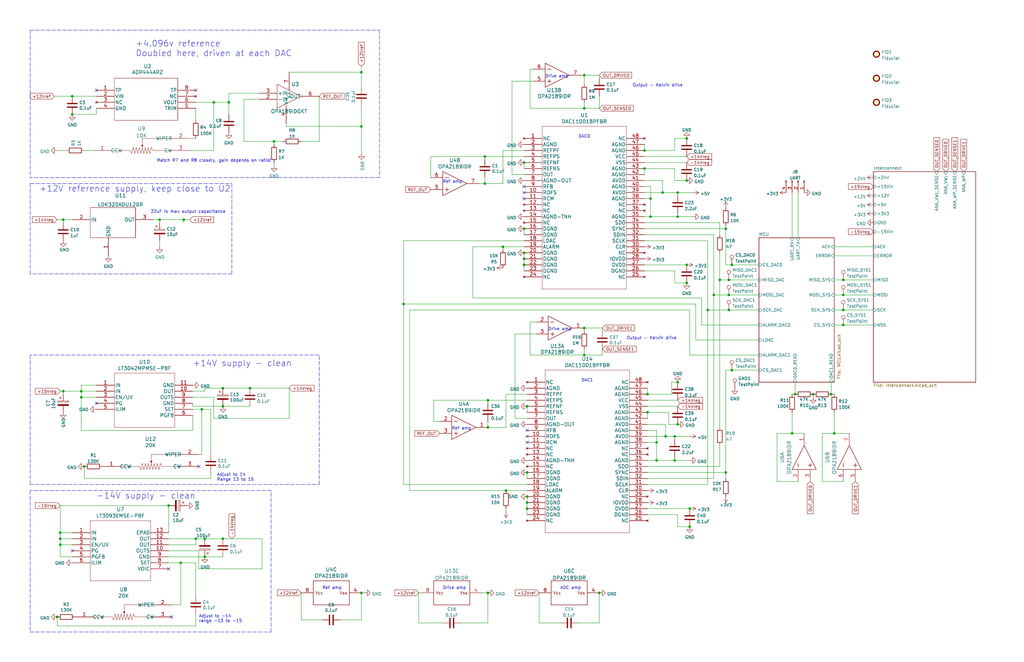
<source format=kicad_sch>
(kicad_sch (version 20211123) (generator eeschema)
  (paper "USLedger")
  (title_block (title "NR1B-Analog") (date "2022-07-26") (rev "v1.0") (company "University of Dallas") (comment 1 "Isaac Kelly"))
  (junction (at 25.4 227.33))
  (junction (at 71.12 213.36))
  (junction (at 285.75 91.44))
  (junction (at 25.4 229.87))
  (junction (at 34.29 165.1))
  (junction (at 306.07 96.52))
  (junction (at 220.98 96.52))
  (junction (at 212.09 104.14))
  (junction (at 96.52 43.18))
  (junction (at 26.67 92.71))
  (junction (at 205.74 250.19))
  (junction (at 355.6 137.16))
  (junction (at 204.47 66.04))
  (junction (at 252.73 250.19))
  (junction (at 298.45 130.81))
  (junction (at 274.32 83.82))
  (junction (at 355.6 130.81))
  (junction (at 93.98 163.83))
  (junction (at 334.01 182.88))
  (junction (at 308.61 156.21))
  (junction (at 105.41 163.83))
  (junction (at 289.56 119.38))
  (junction (at 271.78 63.5))
  (junction (at 93.98 171.45))
  (junction (at 26.67 165.1))
  (junction (at 276.86 194.31))
  (junction (at 246.38 31.75))
  (junction (at 284.48 194.31))
  (junction (at 34.29 167.64))
  (junction (at 220.98 68.58))
  (junction (at 273.05 173.99))
  (junction (at 204.47 77.47))
  (junction (at 222.25 209.55))
  (junction (at 67.31 92.71))
  (junction (at 213.36 207.01))
  (junction (at 90.17 43.18))
  (junction (at 152.4 250.19))
  (junction (at 285.75 179.07))
  (junction (at 220.98 106.68))
  (junction (at 350.52 166.37))
  (junction (at 205.74 168.91))
  (junction (at 86.36 227.33))
  (junction (at 222.25 171.45))
  (junction (at 35.56 196.85))
  (junction (at 85.09 172.72))
  (junction (at 220.98 111.76))
  (junction (at 307.34 124.46))
  (junction (at 306.07 199.39))
  (junction (at 152.4 53.34))
  (junction (at 280.67 184.15))
  (junction (at 285.75 161.29))
  (junction (at 308.61 111.76))
  (junction (at 205.74 180.34))
  (junction (at 93.98 227.33))
  (junction (at 271.78 71.12))
  (junction (at 289.56 58.42))
  (junction (at 284.48 184.15))
  (junction (at 289.56 111.76))
  (junction (at 222.25 214.63))
  (junction (at 300.99 124.46))
  (junction (at 307.34 130.81))
  (junction (at 303.53 118.11))
  (junction (at 30.48 40.64))
  (junction (at 115.57 59.69))
  (junction (at 222.25 212.09))
  (junction (at 170.18 128.27))
  (junction (at 279.4 81.28))
  (junction (at 290.83 222.25))
  (junction (at 285.75 81.28))
  (junction (at 355.6 118.11))
  (junction (at 355.6 124.46))
  (junction (at 342.9 166.37))
  (junction (at 351.79 182.88))
  (junction (at 246.38 149.86))
  (junction (at 246.38 45.72))
  (junction (at 82.55 227.33))
  (junction (at 30.48 48.26))
  (junction (at 25.4 224.79))
  (junction (at 86.36 234.95))
  (junction (at 152.4 30.48))
  (junction (at 289.56 76.2))
  (junction (at 274.32 91.44))
  (junction (at 273.05 166.37))
  (junction (at 246.38 138.43))
  (junction (at 76.2 237.49))
  (junction (at 307.34 118.11))
  (junction (at 77.47 92.71))
  (junction (at 290.83 214.63))
  (junction (at 335.28 166.37))
  (junction (at 24.13 260.35))
  (junction (at 220.98 109.22))
  (junction (at 276.86 186.69))
  (junction (at 222.25 199.39))
  (no_connect (at 82.55 38.1))
  (no_connect (at 72.39 260.35))
  (no_connect (at 222.25 186.69))
  (no_connect (at 222.25 181.61))
  (no_connect (at 220.98 81.28))
  (no_connect (at 222.25 184.15))
  (no_connect (at 83.82 196.85))
  (no_connect (at 30.48 232.41))
  (no_connect (at 71.12 240.03))
  (no_connect (at 220.98 78.74))
  (no_connect (at 220.98 83.82))
  (no_connect (at 40.64 170.18))
  (no_connect (at 40.64 38.1))
  (wire (pts (xy 306.07 156.21) (xy 308.61 156.21)))
  (wire (pts (xy 90.17 43.18) (xy 96.52 43.18)))
  (wire (pts (xy 303.53 106.68) (xy 303.53 118.11)))
  (wire (pts (xy 217.17 140.97) (xy 226.06 140.97)))
  (wire (pts (xy 110.49 240.03) (xy 110.49 227.33)))
  (wire (pts (xy 289.56 58.42) (xy 284.48 58.42)))
  (wire (pts (xy 271.78 101.6) (xy 298.45 101.6)))
  (wire (pts (xy 34.29 162.56) (xy 34.29 165.1)))
  (wire (pts (xy 284.48 194.31) (xy 290.83 194.31)))
  (wire (pts (xy 273.05 201.93) (xy 300.99 201.93)))
  (wire (pts (xy 86.36 163.83) (xy 93.98 163.83)))
  (wire (pts (xy 152.4 27.94) (xy 152.4 30.48)))
  (wire (pts (xy 135.89 261.62) (xy 127 261.62)))
  (wire (pts (xy 82.55 227.33) (xy 86.36 227.33)))
  (wire (pts (xy 25.4 213.36) (xy 71.12 213.36)))
  (wire (pts (xy 274.32 78.74) (xy 271.78 78.74)))
  (wire (pts (xy 284.48 58.42) (xy 284.48 63.5)))
  (wire (pts (xy 64.77 92.71) (xy 67.31 92.71)))
  (wire (pts (xy 40.64 40.64) (xy 30.48 40.64)))
  (wire (pts (xy 81.28 165.1) (xy 86.36 165.1)))
  (wire (pts (xy 152.4 53.34) (xy 152.4 44.45)))
  (wire (pts (xy 71.12 227.33) (xy 82.55 227.33)))
  (wire (pts (xy 246.38 147.32) (xy 246.38 149.86)))
  (wire (pts (xy 276.86 194.31) (xy 284.48 194.31)))
  (wire (pts (xy 96.52 48.26) (xy 96.52 43.18)))
  (wire (pts (xy 284.48 184.15) (xy 284.48 185.42)))
  (wire (pts (xy 336.55 203.2) (xy 327.66 203.2)))
  (wire (pts (xy 300.99 99.06) (xy 300.99 124.46)))
  (wire (pts (xy 82.55 227.33) (xy 82.55 229.87)))
  (wire (pts (xy 223.52 29.21) (xy 223.52 45.72)))
  (wire (pts (xy 35.56 201.93) (xy 35.56 196.85)))
  (wire (pts (xy 82.55 259.08) (xy 82.55 264.16)))
  (wire (pts (xy 212.09 77.47) (xy 212.09 63.5)))
  (wire (pts (xy 271.78 81.28) (xy 279.4 81.28)))
  (wire (pts (xy 199.39 104.14) (xy 199.39 125.73)))
  (wire (pts (xy 224.79 29.21) (xy 223.52 29.21)))
  (wire (pts (xy 273.05 173.99) (xy 273.05 176.53)))
  (wire (pts (xy 121.92 30.48) (xy 152.4 30.48)))
  (wire (pts (xy 109.22 41.91) (xy 102.87 41.91)))
  (wire (pts (xy 24.13 92.71) (xy 26.67 92.71)))
  (wire (pts (xy 220.98 96.52) (xy 220.98 99.06)))
  (wire (pts (xy 303.53 118.11) (xy 303.53 180.34)))
  (wire (pts (xy 115.57 59.69) (xy 119.38 59.69)))
  (wire (pts (xy 293.37 128.27) (xy 293.37 143.51)))
  (wire (pts (xy 271.78 93.98) (xy 303.53 93.98)))
  (wire (pts (xy 83.82 232.41) (xy 83.82 240.03)))
  (wire (pts (xy 71.12 232.41) (xy 83.82 232.41)))
  (wire (pts (xy 67.31 101.6) (xy 67.31 104.14)))
  (wire (pts (xy 212.09 104.14) (xy 199.39 104.14)))
  (wire (pts (xy 26.67 92.71) (xy 30.48 92.71)))
  (polyline (pts (xy 160.02 12.7) (xy 160.02 74.93)))
  (wire (pts (xy 351.79 124.46) (xy 355.6 124.46)))
  (polyline (pts (xy 114.3 266.7) (xy 114.3 207.01)))
  (wire (pts (xy 279.4 81.28) (xy 285.75 81.28)))
  (wire (pts (xy 86.36 163.83) (xy 86.36 165.1)))
  (wire (pts (xy 271.78 83.82) (xy 274.32 83.82)))
  (wire (pts (xy 223.52 135.89) (xy 223.52 149.86)))
  (wire (pts (xy 346.71 182.88) (xy 351.79 182.88)))
  (wire (pts (xy 334.01 81.28) (xy 334.01 100.33)))
  (wire (pts (xy 220.98 66.04) (xy 204.47 66.04)))
  (wire (pts (xy 40.64 162.56) (xy 34.29 162.56)))
  (wire (pts (xy 334.01 173.99) (xy 334.01 182.88)))
  (wire (pts (xy 90.17 167.64) (xy 90.17 176.53)))
  (wire (pts (xy 351.79 104.14) (xy 368.3 104.14)))
  (polyline (pts (xy 114.3 207.01) (xy 12.7 207.01)))
  (wire (pts (xy 284.48 194.31) (xy 284.48 193.04)))
  (wire (pts (xy 280.67 179.07) (xy 280.67 184.15)))
  (wire (pts (xy 227.33 262.89) (xy 227.33 250.19)))
  (polyline (pts (xy 134.62 149.86) (xy 12.7 149.86)))
  (wire (pts (xy 76.2 255.27) (xy 76.2 237.49)))
  (wire (pts (xy 285.75 91.44) (xy 292.1 91.44)))
  (wire (pts (xy 274.32 83.82) (xy 274.32 78.74)))
  (wire (pts (xy 205.74 262.89) (xy 194.31 262.89)))
  (wire (pts (xy 280.67 184.15) (xy 284.48 184.15)))
  (polyline (pts (xy 12.7 207.01) (xy 12.7 209.55)))
  (polyline (pts (xy 12.7 204.47) (xy 134.62 204.47)))
  (wire (pts (xy 201.93 77.47) (xy 204.47 77.47)))
  (wire (pts (xy 222.25 199.39) (xy 222.25 201.93)))
  (wire (pts (xy 22.86 40.64) (xy 30.48 40.64)))
  (wire (pts (xy 81.28 175.26) (xy 81.28 181.61)))
  (wire (pts (xy 220.98 73.66) (xy 215.9 73.66)))
  (wire (pts (xy 220.98 109.22) (xy 220.98 111.76)))
  (wire (pts (xy 283.21 161.29) (xy 283.21 166.37)))
  (wire (pts (xy 274.32 83.82) (xy 274.32 91.44)))
  (wire (pts (xy 306.07 96.52) (xy 306.07 111.76)))
  (wire (pts (xy 90.17 43.18) (xy 90.17 63.5)))
  (wire (pts (xy 355.6 118.11) (xy 368.3 118.11)))
  (wire (pts (xy 120.65 52.07) (xy 120.65 53.34)))
  (wire (pts (xy 115.57 68.58) (xy 115.57 69.85)))
  (wire (pts (xy 88.9 201.93) (xy 35.56 201.93)))
  (wire (pts (xy 80.01 58.42) (xy 82.55 58.42)))
  (wire (pts (xy 346.71 203.2) (xy 346.71 182.88)))
  (wire (pts (xy 254 149.86) (xy 254 147.32)))
  (wire (pts (xy 350.52 166.37) (xy 351.79 166.37)))
  (wire (pts (xy 181.61 66.04) (xy 181.61 74.93)))
  (wire (pts (xy 215.9 34.29) (xy 215.9 73.66)))
  (wire (pts (xy 26.67 165.1) (xy 26.67 166.37)))
  (wire (pts (xy 246.38 31.75) (xy 246.38 35.56)))
  (wire (pts (xy 336.55 81.28) (xy 336.55 100.33)))
  (wire (pts (xy 273.05 196.85) (xy 303.53 196.85)))
  (wire (pts (xy 246.38 138.43) (xy 254 138.43)))
  (wire (pts (xy 246.38 45.72) (xy 252.73 45.72)))
  (wire (pts (xy 303.53 93.98) (xy 303.53 99.06)))
  (wire (pts (xy 273.05 168.91) (xy 285.75 168.91)))
  (wire (pts (xy 30.48 234.95) (xy 25.4 234.95)))
  (wire (pts (xy 351.79 173.99) (xy 351.79 182.88)))
  (wire (pts (xy 90.17 176.53) (xy 121.92 176.53)))
  (wire (pts (xy 327.66 203.2) (xy 327.66 182.88)))
  (wire (pts (xy 303.53 187.96) (xy 303.53 196.85)))
  (polyline (pts (xy 12.7 152.4) (xy 12.7 204.47)))
  (wire (pts (xy 246.38 149.86) (xy 254 149.86)))
  (wire (pts (xy 134.62 40.64) (xy 134.62 59.69)))
  (wire (pts (xy 40.64 45.72) (xy 40.64 48.26)))
  (wire (pts (xy 252.73 262.89) (xy 252.73 250.19)))
  (wire (pts (xy 350.52 161.29) (xy 350.52 166.37)))
  (polyline (pts (xy 12.7 12.7) (xy 160.02 12.7)))
  (wire (pts (xy 81.28 172.72) (xy 85.09 172.72)))
  (wire (pts (xy 176.53 250.19) (xy 176.53 262.89)))
  (wire (pts (xy 204.47 66.04) (xy 181.61 66.04)))
  (wire (pts (xy 220.98 111.76) (xy 220.98 114.3)))
  (wire (pts (xy 170.18 128.27) (xy 293.37 128.27)))
  (wire (pts (xy 72.39 255.27) (xy 76.2 255.27)))
  (wire (pts (xy 308.61 156.21) (xy 320.04 156.21)))
  (wire (pts (xy 222.25 212.09) (xy 222.25 214.63)))
  (wire (pts (xy 334.01 182.88) (xy 339.09 182.88)))
  (wire (pts (xy 243.84 262.89) (xy 252.73 262.89)))
  (wire (pts (xy 40.64 167.64) (xy 34.29 167.64)))
  (wire (pts (xy 284.48 71.12) (xy 284.48 76.2)))
  (wire (pts (xy 284.48 114.3) (xy 284.48 119.38)))
  (wire (pts (xy 205.74 250.19) (xy 205.74 262.89)))
  (wire (pts (xy 351.79 137.16) (xy 355.6 137.16)))
  (wire (pts (xy 290.83 149.86) (xy 320.04 149.86)))
  (wire (pts (xy 276.86 194.31) (xy 273.05 194.31)))
  (wire (pts (xy 172.72 130.81) (xy 290.83 130.81)))
  (wire (pts (xy 25.4 213.36) (xy 25.4 224.79)))
  (wire (pts (xy 88.9 172.72) (xy 85.09 172.72)))
  (wire (pts (xy 335.28 166.37) (xy 334.01 166.37)))
  (wire (pts (xy 351.79 107.95) (xy 368.3 107.95)))
  (wire (pts (xy 212.09 63.5) (xy 220.98 63.5)))
  (wire (pts (xy 306.07 111.76) (xy 308.61 111.76)))
  (wire (pts (xy 77.47 92.71) (xy 80.01 92.71)))
  (wire (pts (xy 223.52 45.72) (xy 246.38 45.72)))
  (wire (pts (xy 351.79 118.11) (xy 355.6 118.11)))
  (wire (pts (xy 307.34 124.46) (xy 320.04 124.46)))
  (wire (pts (xy 81.28 167.64) (xy 90.17 167.64)))
  (wire (pts (xy 290.83 130.81) (xy 290.83 149.86)))
  (wire (pts (xy 223.52 149.86) (xy 246.38 149.86)))
  (wire (pts (xy 342.9 167.64) (xy 342.9 166.37)))
  (wire (pts (xy 281.94 179.07) (xy 285.75 179.07)))
  (wire (pts (xy 273.05 179.07) (xy 280.67 179.07)))
  (wire (pts (xy 199.39 125.73) (xy 295.91 125.73)))
  (wire (pts (xy 24.13 264.16) (xy 24.13 260.35)))
  (wire (pts (xy 81.28 171.45) (xy 81.28 170.18)))
  (wire (pts (xy 306.07 95.25) (xy 306.07 96.52)))
  (wire (pts (xy 273.05 204.47) (xy 298.45 204.47)))
  (wire (pts (xy 182.88 168.91) (xy 205.74 168.91)))
  (wire (pts (xy 252.73 45.72) (xy 252.73 40.64)))
  (wire (pts (xy 85.09 172.72) (xy 85.09 191.77)))
  (wire (pts (xy 82.55 264.16) (xy 24.13 264.16)))
  (wire (pts (xy 222.25 214.63) (xy 222.25 217.17)))
  (wire (pts (xy 274.32 91.44) (xy 285.75 91.44)))
  (wire (pts (xy 176.53 262.89) (xy 186.69 262.89)))
  (wire (pts (xy 355.6 124.46) (xy 368.3 124.46)))
  (wire (pts (xy 96.52 39.37) (xy 96.52 43.18)))
  (wire (pts (xy 298.45 204.47) (xy 298.45 130.81)))
  (wire (pts (xy 25.4 229.87) (xy 25.4 227.33)))
  (wire (pts (xy 284.48 119.38) (xy 289.56 119.38)))
  (wire (pts (xy 215.9 34.29) (xy 224.79 34.29)))
  (wire (pts (xy 25.4 165.1) (xy 26.67 165.1)))
  (wire (pts (xy 280.67 184.15) (xy 273.05 184.15)))
  (wire (pts (xy 25.4 224.79) (xy 30.48 224.79)))
  (wire (pts (xy 283.21 166.37) (xy 273.05 166.37)))
  (wire (pts (xy 93.98 227.33) (xy 110.49 227.33)))
  (wire (pts (xy 76.2 237.49) (xy 71.12 237.49)))
  (wire (pts (xy 127 59.69) (xy 134.62 59.69)))
  (wire (pts (xy 254 138.43) (xy 254 139.7)))
  (wire (pts (xy 285.75 91.44) (xy 285.75 90.17)))
  (polyline (pts (xy 12.7 209.55) (xy 12.7 266.7)))
  (wire (pts (xy 204.47 77.47) (xy 212.09 77.47)))
  (wire (pts (xy 40.64 165.1) (xy 34.29 165.1)))
  (wire (pts (xy 34.29 167.64) (xy 34.29 165.1)))
  (wire (pts (xy 273.05 214.63) (xy 290.83 214.63)))
  (wire (pts (xy 25.4 227.33) (xy 25.4 224.79)))
  (polyline (pts (xy 12.7 266.7) (xy 114.3 266.7)))
  (wire (pts (xy 152.4 64.77) (xy 152.4 53.34)))
  (wire (pts (xy 205.74 180.34) (xy 213.36 180.34)))
  (wire (pts (xy 276.86 186.69) (xy 276.86 194.31)))
  (polyline (pts (xy 12.7 77.47) (xy 97.79 77.47)))
  (wire (pts (xy 308.61 111.76) (xy 320.04 111.76)))
  (wire (pts (xy 88.9 172.72) (xy 88.9 191.77)))
  (wire (pts (xy 285.75 81.28) (xy 292.1 81.28)))
  (wire (pts (xy 271.78 68.58) (xy 289.56 68.58)))
  (wire (pts (xy 271.78 114.3) (xy 284.48 114.3)))
  (wire (pts (xy 252.73 31.75) (xy 252.73 33.02)))
  (wire (pts (xy 271.78 99.06) (xy 300.99 99.06)))
  (wire (pts (xy 34.29 181.61) (xy 34.29 167.64)))
  (polyline (pts (xy 12.7 77.47) (xy 12.7 115.57)))
  (wire (pts (xy 213.36 166.37) (xy 222.25 166.37)))
  (wire (pts (xy 271.78 71.12) (xy 271.78 73.66)))
  (wire (pts (xy 276.86 181.61) (xy 276.86 186.69)))
  (wire (pts (xy 222.25 176.53) (xy 217.17 176.53)))
  (wire (pts (xy 212.09 104.14) (xy 212.09 105.41)))
  (wire (pts (xy 93.98 171.45) (xy 81.28 171.45)))
  (wire (pts (xy 88.9 199.39) (xy 88.9 201.93)))
  (wire (pts (xy 213.36 180.34) (xy 213.36 166.37)))
  (wire (pts (xy 279.4 76.2) (xy 279.4 81.28)))
  (wire (pts (xy 152.4 250.19) (xy 153.67 250.19)))
  (wire (pts (xy 152.4 250.19) (xy 152.4 261.62)))
  (wire (pts (xy 298.45 130.81) (xy 307.34 130.81)))
  (polyline (pts (xy 12.7 149.86) (xy 12.7 152.4)))
  (wire (pts (xy 205.74 177.8) (xy 205.74 180.34)))
  (wire (pts (xy 295.91 125.73) (xy 295.91 137.16)))
  (wire (pts (xy 284.48 76.2) (xy 289.56 76.2)))
  (polyline (pts (xy 97.79 115.57) (xy 12.7 115.57)))
  (wire (pts (xy 170.18 204.47) (xy 170.18 128.27)))
  (wire (pts (xy 284.48 63.5) (xy 271.78 63.5)))
  (wire (pts (xy 67.31 93.98) (xy 67.31 92.71)))
  (wire (pts (xy 295.91 137.16) (xy 320.04 137.16)))
  (wire (pts (xy 300.99 124.46) (xy 307.34 124.46)))
  (wire (pts (xy 271.78 111.76) (xy 289.56 111.76)))
  (wire (pts (xy 246.38 31.75) (xy 252.73 31.75)))
  (wire (pts (xy 109.22 39.37) (xy 96.52 39.37)))
  (wire (pts (xy 213.36 207.01) (xy 172.72 207.01)))
  (wire (pts (xy 86.36 234.95) (xy 93.98 234.95)))
  (wire (pts (xy 306.07 199.39) (xy 306.07 201.93)))
  (wire (pts (xy 102.87 41.91) (xy 102.87 59.69)))
  (wire (pts (xy 71.12 213.36) (xy 71.12 224.79)))
  (wire (pts (xy 273.05 173.99) (xy 281.94 173.99)))
  (wire (pts (xy 203.2 250.19) (xy 205.74 250.19)))
  (wire (pts (xy 276.86 186.69) (xy 273.05 186.69)))
  (polyline (pts (xy 160.02 74.93) (xy 12.7 74.93)))
  (wire (pts (xy 306.07 156.21) (xy 306.07 199.39)))
  (wire (pts (xy 222.25 168.91) (xy 205.74 168.91)))
  (wire (pts (xy 327.66 182.88) (xy 334.01 182.88)))
  (wire (pts (xy 217.17 140.97) (xy 217.17 176.53)))
  (wire (pts (xy 26.67 165.1) (xy 34.29 165.1)))
  (wire (pts (xy 115.57 60.96) (xy 115.57 59.69)))
  (wire (pts (xy 271.78 60.96) (xy 271.78 63.5)))
  (wire (pts (xy 170.18 101.6) (xy 170.18 128.27)))
  (wire (pts (xy 271.78 96.52) (xy 306.07 96.52)))
  (wire (pts (xy 213.36 214.63) (xy 213.36 215.9)))
  (wire (pts (xy 271.78 91.44) (xy 274.32 91.44)))
  (wire (pts (xy 273.05 217.17) (xy 285.75 217.17)))
  (wire (pts (xy 82.55 229.87) (xy 71.12 229.87)))
  (wire (pts (xy 307.34 130.81) (xy 320.04 130.81)))
  (wire (pts (xy 127 261.62) (xy 127 250.19)))
  (wire (pts (xy 298.45 101.6) (xy 298.45 130.81)))
  (wire (pts (xy 185.42 177.8) (xy 182.88 177.8)))
  (wire (pts (xy 182.88 177.8) (xy 182.88 168.91)))
  (wire (pts (xy 351.79 130.81) (xy 355.6 130.81)))
  (wire (pts (xy 222.25 171.45) (xy 222.25 173.99)))
  (wire (pts (xy 222.25 209.55) (xy 222.25 212.09)))
  (wire (pts (xy 351.79 182.88) (xy 358.14 182.88)))
  (wire (pts (xy 281.94 173.99) (xy 281.94 179.07)))
  (wire (pts (xy 143.51 261.62) (xy 152.4 261.62)))
  (wire (pts (xy 80.01 63.5) (xy 90.17 63.5)))
  (wire (pts (xy 285.75 161.29) (xy 283.21 161.29)))
  (wire (pts (xy 300.99 201.93) (xy 300.99 124.46)))
  (wire (pts (xy 355.6 203.2) (xy 346.71 203.2)))
  (wire (pts (xy 220.98 68.58) (xy 220.98 71.12)))
  (wire (pts (xy 220.98 104.14) (xy 212.09 104.14)))
  (wire (pts (xy 77.47 93.98) (xy 77.47 92.71)))
  (wire (pts (xy 93.98 171.45) (xy 105.41 171.45)))
  (wire (pts (xy 82.55 43.18) (xy 90.17 43.18)))
  (wire (pts (xy 307.34 118.11) (xy 320.04 118.11)))
  (wire (pts (xy 71.12 234.95) (xy 86.36 234.95)))
  (wire (pts (xy 246.38 138.43) (xy 246.38 139.7)))
  (wire (pts (xy 355.6 137.16) (xy 368.3 137.16)))
  (wire (pts (xy 86.36 227.33) (xy 93.98 227.33)))
  (wire (pts (xy 67.31 92.71) (xy 77.47 92.71)))
  (polyline (pts (xy 12.7 12.7) (xy 12.7 74.93)))
  (wire (pts (xy 220.98 101.6) (xy 170.18 101.6)))
  (wire (pts (xy 220.98 106.68) (xy 220.98 109.22)))
  (wire (pts (xy 30.48 48.26) (xy 40.64 48.26)))
  (wire (pts (xy 82.55 251.46) (xy 82.55 237.49)))
  (wire (pts (xy 35.56 63.5) (xy 39.37 63.5)))
  (wire (pts (xy 176.53 250.19) (xy 177.8 250.19)))
  (wire (pts (xy 30.48 229.87) (xy 25.4 229.87)))
  (wire (pts (xy 236.22 262.89) (xy 227.33 262.89)))
  (wire (pts (xy 222.25 204.47) (xy 170.18 204.47)))
  (wire (pts (xy 120.65 53.34) (xy 152.4 53.34)))
  (wire (pts (xy 284.48 184.15) (xy 290.83 184.15)))
  (wire (pts (xy 293.37 143.51) (xy 320.04 143.51)))
  (wire (pts (xy 271.78 71.12) (xy 284.48 71.12)))
  (wire (pts (xy 285.75 82.55) (xy 285.75 81.28)))
  (polyline (pts (xy 134.62 204.47) (xy 134.62 149.86)))
  (wire (pts (xy 285.75 222.25) (xy 290.83 222.25)))
  (wire (pts (xy 152.4 30.48) (xy 152.4 36.83)))
  (wire (pts (xy 285.75 217.17) (xy 285.75 222.25)))
  (wire (pts (xy 102.87 59.69) (xy 115.57 59.69)))
  (wire (pts (xy 273.05 181.61) (xy 276.86 181.61)))
  (wire (pts (xy 204.47 77.47) (xy 204.47 74.93)))
  (wire (pts (xy 245.11 31.75) (xy 246.38 31.75)))
  (wire (pts (xy 25.4 234.95) (xy 25.4 229.87)))
  (wire (pts (xy 223.52 135.89) (xy 226.06 135.89)))
  (wire (pts (xy 205.74 168.91) (xy 205.74 170.18)))
  (wire (pts (xy 273.05 171.45) (xy 285.75 171.45)))
  (wire (pts (xy 82.55 237.49) (xy 76.2 237.49)))
  (wire (pts (xy 303.53 118.11) (xy 307.34 118.11)))
  (wire (pts (xy 82.55 45.72) (xy 82.55 50.8)))
  (wire (pts (xy 335.28 161.29) (xy 335.28 166.37)))
  (wire (pts (xy 24.13 63.5) (xy 27.94 63.5)))
  (wire (pts (xy 85.09 191.77) (xy 83.82 191.77)))
  (wire (pts (xy 246.38 43.18) (xy 246.38 45.72)))
  (wire (pts (xy 105.41 163.83) (xy 121.92 163.83)))
  (wire (pts (xy 81.28 181.61) (xy 34.29 181.61)))
  (wire (pts (xy 30.48 227.33) (xy 25.4 227.33)))
  (wire (pts (xy 355.6 130.81) (xy 368.3 130.81)))
  (polyline (pts (xy 97.79 77.47) (xy 97.79 115.57)))
  (wire (pts (xy 273.05 199.39) (xy 306.07 199.39)))
  (wire (pts (xy 93.98 163.83) (xy 105.41 163.83)))
  (wire (pts (xy 26.67 92.71) (xy 26.67 93.98)))
  (wire (pts (xy 271.78 66.04) (xy 289.56 66.04)))
  (wire (pts (xy 213.36 207.01) (xy 222.25 207.01)))
  (wire (pts (xy 83.82 240.03) (xy 110.49 240.03)))
  (wire (pts (xy 273.05 163.83) (xy 273.05 166.37)))
  (wire (pts (xy 121.92 163.83) (xy 121.92 176.53)))
  (wire (pts (xy 204.47 66.04) (xy 204.47 67.31)))
  (wire (pts (xy 271.78 76.2) (xy 279.4 76.2)))
  (wire (pts (xy 172.72 207.01) (xy 172.72 130.81)))
  (text "Match R7 and R8 closely, gain depends on ratio!" (at 66.04 68.58 0) (effects (font (size 1.27 1.27)) (justify left bottom)))
  (text "Output - Kelvin drive" (at 266.7 36.83 0) (effects (font (size 1.27 1.27)) (justify left bottom)))
  (text "+14V supply - clean" (at 81.28 154.94 0) (effects (font (size 2.54 2.54)) (justify left bottom)))
  (text "Drive amp" (at 186.69 248.92 0) (effects (font (size 1.27 1.27)) (justify left bottom)))
  (text "Adjust to 14\nRange 13 to 15" (at 91.44 203.2 0) (effects (font (size 1.27 1.27)) (justify left bottom)))
  (text "Ref amp" (at 135.89 248.92 0) (effects (font (size 1.27 1.27)) (justify left bottom)))
  (text "ADC amp" (at 236.22 248.92 0) (effects (font (size 1.27 1.27)) (justify left bottom)))
  (text "Drive amp" (at 231.14 139.7 0) (effects (font (size 1.27 1.27)) (justify left bottom)))
  (text "+12V reference supply, keep close to U2" (at 16.51 81.28 0) (effects (font (size 2.54 2.54)) (justify left bottom)))
  (text "Ref amp" (at 190.5 181.61 0) (effects (font (size 1.27 1.27)) (justify left bottom)))
  (text "Drive amp" (at 229.87 33.02 0) (effects (font (size 1.27 1.27)) (justify left bottom)))
  (text "DAC1" (at 245.11 161.29 0) (effects (font (size 1.27 1.27)) (justify left bottom)))
  (text "+4.096v reference\nDoubled here, driven at each DAC" (at 57.15 24.13 0) (effects (font (size 2.54 2.54)) (justify left bottom)))
  (text "22uF is max output capacitance" (at 63.5 90.17 0) (effects (font (size 1.27 1.27)) (justify left bottom)))
  (text "Ref amp" (at 186.69 77.47 0) (effects (font (size 1.27 1.27)) (justify left bottom)))
  (text "Output - Kelvin drive" (at 264.16 143.51 0) (effects (font (size 1.27 1.27)) (justify left bottom)))
  (text "Adjust to -14\nrange -13 to -15" (at 83.82 262.89 0) (effects (font (size 1.27 1.27)) (justify left bottom)))
  (text "DAC0" (at 243.84 58.42 0) (effects (font (size 1.27 1.27)) (justify left bottom)))
  (text "-14V supply - clean\n" (at 40.64 210.82 0) (effects (font (size 2.54 2.54)) (justify left bottom)))
  (global_label "OUT_DRIVE1" (shape input) (at 254 138.43 0) (property "Intersheet References" "${INTERSHEET_REFS}" (effects hide)))
  (global_label "+12Vref" (shape input) (at 127 250.19 180) (property "Intersheet References" "${INTERSHEET_REFS}" (effects hide)))
  (global_label "OUT_DRIVE1" (shape input) (at 406.4 72.39 90) (property "Intersheet References" "${INTERSHEET_REFS}" (effects hide)))
  (global_label "+14Vreg" (shape input) (at 24.13 92.71 180) (property "Intersheet References" "${INTERSHEET_REFS}" (effects hide)))
  (global_label "OUT_SENSE1" (shape input) (at 254 147.32 0) (property "Intersheet References" "${INTERSHEET_REFS}" (effects hide)))
  (global_label "REF_OUT" (shape input) (at 181.61 80.01 180) (property "Intersheet References" "${INTERSHEET_REFS}" (effects hide)))
  (global_label "+14Vreg" (shape input) (at 289.56 66.04 0) (property "Intersheet References" "${INTERSHEET_REFS}" (effects hide)))
  (global_label "+15Vreg" (shape input) (at 25.4 165.1 180) (property "Intersheet References" "${INTERSHEET_REFS}" (effects hide)))
  (global_label "+12Vref" (shape input) (at 22.86 40.64 180) (property "Intersheet References" "${INTERSHEET_REFS}" (effects hide)))
  (global_label "+15Vreg" (shape input) (at 368.3 78.74 180) (property "Intersheet References" "${INTERSHEET_REFS}" (effects hide)))
  (global_label "OUT_SENSE0" (shape input) (at 252.73 45.72 0) (property "Intersheet References" "${INTERSHEET_REFS}" (effects hide)))
  (global_label "+12Vref" (shape input) (at 227.33 250.19 180) (property "Intersheet References" "${INTERSHEET_REFS}" (effects hide)))
  (global_label "+12Vref" (shape input) (at 152.4 27.94 90) (property "Intersheet References" "${INTERSHEET_REFS}" (effects hide)))
  (global_label "REF_OUT" (shape input) (at 134.62 40.64 0) (property "Intersheet References" "${INTERSHEET_REFS}" (effects hide)))
  (global_label "-14Vreg" (shape input) (at 97.79 227.33 90) (property "Intersheet References" "${INTERSHEET_REFS}" (effects hide)))
  (global_label "-15Vreg" (shape input) (at 25.4 213.36 180) (property "Intersheet References" "${INTERSHEET_REFS}" (effects hide)))
  (global_label "-14Vreg" (shape input) (at 285.75 171.45 0) (property "Intersheet References" "${INTERSHEET_REFS}" (effects hide)))
  (global_label "+12Vref" (shape input) (at 176.53 250.19 180) (property "Intersheet References" "${INTERSHEET_REFS}" (effects hide)))
  (global_label "OUT_DRIVE1" (shape input) (at 360.68 203.2 270) (property "Intersheet References" "${INTERSHEET_REFS}" (effects hide)))
  (global_label "+14Vreg" (shape input) (at 121.92 163.83 0) (property "Intersheet References" "${INTERSHEET_REFS}" (effects hide)))
  (global_label "OUT_DRIVE0" (shape input) (at 252.73 31.75 0) (property "Intersheet References" "${INTERSHEET_REFS}" (effects hide)))
  (global_label "-14Vreg" (shape input) (at 289.56 68.58 0) (property "Intersheet References" "${INTERSHEET_REFS}" (effects hide)))
  (global_label "+14Vreg" (shape input) (at 285.75 168.91 0) (property "Intersheet References" "${INTERSHEET_REFS}" (effects hide)))
  (global_label "-15Vreg" (shape input) (at 368.3 97.79 180) (property "Intersheet References" "${INTERSHEET_REFS}" (effects hide)))
  (global_label "+12Vref" (shape input) (at 80.01 92.71 0) (property "Intersheet References" "${INTERSHEET_REFS}" (effects hide)))
  (global_label "REF_OUT" (shape input) (at 185.42 182.88 180) (property "Intersheet References" "${INTERSHEET_REFS}" (effects hide)))
  (global_label "OUT_DRIVE0" (shape input) (at 341.63 203.2 270) (property "Intersheet References" "${INTERSHEET_REFS}" (effects hide)))
  (global_label "OUT_DRIVE0" (shape input) (at 398.78 72.39 90) (property "Intersheet References" "${INTERSHEET_REFS}" (effects hide)))
  (global_label "OUT_SENSE0" (shape input) (at 394.97 72.39 90) (property "Intersheet References" "${INTERSHEET_REFS}" (effects hide)))
  (global_label "OUT_SENSE1" (shape input) (at 402.59 72.39 90) (property "Intersheet References" "${INTERSHEET_REFS}" (effects hide)))
  (symbol (lib_id "2022-06-16_17-58-01:ADR444ARZ") (at 26.67 38.1 0) (unit 1)
    (property "Reference" "U2" (at 62.23 27.94 0) (effects (font (size 1.524 1.524))))
    (property "Value" "ADR444ARZ" (at 62.23 30.48 0) (effects (font (size 1.524 1.524))))
    (property "Footprint" "Package_SO:SO-8_3.9x4.9mm_P1.27mm" (effects hide))
  )
  (symbol (lib_id "2022-06-16_17-06-14:DAC11001BPFBR") (at 220.98 58.42 0) (unit 1)
    (property "Reference" "U1" (at 246.38 48.5902 0) (effects (font (size 1.524 1.524))))
    (property "Value" "DAC11001BPFBR" (at 246.38 51.2826 0) (effects (font (size 1.524 1.524))))
    (property "Footprint" "Package_QFP:TQFP-48_7x7mm_P0.5mm" (effects hide))
  )
  (symbol (lib_id "2022-06-28_19-20-58:OPA2189IDR") (at 195.58 180.34 0) (unit 1)
    (property "Reference" "U4" (at 195.58 170.4848 0) (effects (font (size 1.524 1.524))))
    (property "Value" "OPA2189IDR" (at 195.58 173.1772 0) (effects (font (size 1.524 1.524))))
    (property "Footprint" "Package_SO:VSSOP-8_3.0x3.0mm_P0.65mm" (effects hide))
  )
  (symbol (lib_name "OPA2189IDR_6") (lib_id "2022-06-28_19-20-58:OPA2189IDR") (at 191.77 77.47 0) (unit 2)
    (property "Reference" "U4" (at 191.77 67.6148 0) (effects (font (size 1.524 1.524))))
    (property "Value" "OPA2189IDR" (at 191.77 70.3072 0) (effects (font (size 1.524 1.524))))
    (property "Footprint" "Package_SO:VSSOP-8_3.0x3.0mm_P0.65mm" (effects hide))
  )
  (symbol (lib_id "2022-06-28_19-20-58:OPA2189IDR") (at 139.7 250.19 0) (unit 3)
    (property "Reference" "U4" (at 139.7 240.3348 0) (effects (font (size 1.524 1.524))))
    (property "Value" "OPA2189IDR" (at 139.7 243.0272 0) (effects (font (size 1.524 1.524))))
    (property "Footprint" "Package_SO:VSSOP-8_3.0x3.0mm_P0.65mm" (effects hide))
  )
  (symbol (lib_id "Device:C") (at 204.47 71.12 0) (unit 1)
    (property "Reference" "C1" (at 207.391 69.9516 0) (effects (justify left)))
    (property "Value" "0.1uF" (at 207.391 72.263 0) (effects (justify left)))
    (property "Footprint" "Capacitor_SMD:C_0603_1608Metric" (effects hide))
  )
  (symbol (lib_id "2022-06-30_16-49-50:LT3042MPMSE-PBF") (at 40.64 162.56 0) (unit 1)
    (property "Reference" "U10" (at 60.96 152.7302 0) (effects (font (size 1.524 1.524))))
    (property "Value" "LT3042MPMSE-PBF" (at 60.96 155.4226 0) (effects (font (size 1.524 1.524))))
    (property "Footprint" "Package_SO:MSOP-10-1EP_3x3mm_P0.5mm_EP1.68x1.88mm" (effects hide))
  )
  (symbol (lib_id "2022-06-30_16-50-17:LT3093EMSE-PBF") (at 30.48 224.79 0) (unit 1)
    (property "Reference" "U7" (at 50.8 214.9602 0) (effects (font (size 1.524 1.524))))
    (property "Value" "LT3093EMSE-PBF" (at 50.8 217.6526 0) (effects (font (size 1.524 1.524))))
    (property "Footprint" "Package_SO:MSOP-12-1EP_3x4mm_P0.65mm_EP1.65x2.85mm" (effects hide))
  )
  (symbol (lib_id "2022-07-01_14-40-34:3224J-1-103E") (at 31.75 260.35 0) (unit 1)
    (property "Reference" "U8" (at 52.07 248.7422 0) (effects (font (size 1.524 1.524))))
    (property "Value" "20K" (at 52.07 251.4346 0) (effects (font (size 1.524 1.524))))
    (property "Footprint" "3224J-1-103E:3224J-1-103E" (effects hide))
  )
  (symbol (lib_id "2022-07-01_14-40-34:3224J-1-103E") (at 43.18 196.85 0) (unit 1)
    (property "Reference" "U12" (at 63.5 185.2422 0) (effects (font (size 1.524 1.524))))
    (property "Value" "20K" (at 63.5 187.9346 0) (effects (font (size 1.524 1.524))))
    (property "Footprint" "3224J-1-103E:3224J-1-103E" (effects hide))
  )
  (symbol (lib_id "power:GND") (at 40.64 172.72 270) (unit 1)
    (property "Reference" "#PWR09" (effects hide))
    (property "Value" "GND" (at 37.3888 172.847 90) (effects (justify right)))
  )
  (symbol (lib_id "Device:R") (at 39.37 196.85 270) (unit 1)
    (property "Reference" "R1" (at 39.37 192.1342 90))
    (property "Value" "130K" (at 39.37 194.6711 90))
    (property "Footprint" "Resistor_SMD:R_0603_1608Metric" (effects hide))
  )
  (symbol (lib_id "Device:C_Polarized") (at 26.67 170.18 0) (unit 1)
    (property "Reference" "C7" (at 20.2692 170.18 90))
    (property "Value" "10uF" (at 22.5806 170.18 90))
    (property "Footprint" "Capacitor_SMD:CP_Elec_5x5.3" (effects hide))
  )
  (symbol (lib_id "power:GND") (at 26.67 173.99 0) (unit 1)
    (property "Reference" "#PWR07" (effects hide))
    (property "Value" "GND" (at 26.797 178.3842 90))
  )
  (symbol (lib_id "Device:C_Polarized") (at 93.98 167.64 0) (unit 1)
    (property "Reference" "C13" (at 96.901 166.4716 0) (effects (justify left)))
    (property "Value" "100uF" (at 96.901 168.783 0) (effects (justify left)))
    (property "Footprint" "Capacitor_SMD:CP_Elec_5x5.3" (effects hide))
  )
  (symbol (lib_id "Device:C") (at 88.9 195.58 0) (unit 1)
    (property "Reference" "C11" (at 91.821 194.4116 0) (effects (justify left)))
    (property "Value" "0.1uF" (at 91.821 196.723 0) (effects (justify left)))
    (property "Footprint" "Capacitor_SMD:C_0603_1608Metric" (effects hide))
  )
  (symbol (lib_id "Device:C_Polarized") (at 74.93 213.36 270) (unit 1)
    (property "Reference" "C2" (at 72.771 217.2716 90) (effects (justify left)))
    (property "Value" "10uF" (at 72.771 219.583 90) (effects (justify left)))
    (property "Footprint" "Capacitor_SMD:CP_Elec_5x5.3" (effects hide))
  )
  (symbol (lib_id "power:GND") (at 78.74 213.36 90) (unit 1)
    (property "Reference" "#PWR03" (effects hide))
    (property "Value" "GND" (at 83.1342 213.233 0))
  )
  (symbol (lib_id "power:GND") (at 30.48 237.49 270) (unit 1)
    (property "Reference" "#PWR02" (effects hide))
    (property "Value" "GND" (at 27.2288 237.617 90) (effects (justify right)))
  )
  (symbol (lib_id "Device:R") (at 27.94 260.35 270) (unit 1)
    (property "Reference" "R2" (at 27.94 255.0922 90))
    (property "Value" "130K" (at 27.94 257.4036 90))
    (property "Footprint" "Resistor_SMD:R_0603_1608Metric" (effects hide))
  )
  (symbol (lib_id "Device:C") (at 82.55 255.27 180) (unit 1)
    (property "Reference" "C4" (at 85.471 254.1016 0) (effects (justify right)))
    (property "Value" "0.1uF" (at 85.471 256.413 0) (effects (justify right)))
    (property "Footprint" "Capacitor_SMD:C_0603_1608Metric" (effects hide))
  )
  (symbol (lib_id "Device:C_Polarized") (at 86.36 231.14 180) (unit 1)
    (property "Reference" "C5" (at 85.09 223.52 0) (effects (justify left)))
    (property "Value" "100uF" (at 88.9 226.06 0) (effects (justify left)))
    (property "Footprint" "Capacitor_SMD:CP_Elec_5x5.3" (effects hide))
  )
  (symbol (lib_id "Device:C") (at 30.48 44.45 0) (unit 1)
    (property "Reference" "C3" (at 33.401 43.2816 0) (effects (justify left)))
    (property "Value" "0.1uF" (at 33.401 45.593 0) (effects (justify left)))
    (property "Footprint" "Capacitor_SMD:C_0603_1608Metric" (effects hide))
  )
  (symbol (lib_id "Device:C") (at 96.52 52.07 0) (mirror y) (unit 1)
    (property "Reference" "C8" (at 93.599 50.9016 0) (effects (justify left)))
    (property "Value" "0.1uF" (at 93.599 53.213 0) (effects (justify left)))
    (property "Footprint" "Capacitor_SMD:C_0603_1608Metric" (effects hide))
  )
  (symbol (lib_id "Device:C") (at 252.73 36.83 0) (unit 1)
    (property "Reference" "C17" (at 255.651 35.6616 0) (effects (justify left)))
    (property "Value" "0.1uF" (at 255.651 37.973 0) (effects (justify left)))
    (property "Footprint" "Capacitor_SMD:C_0603_1608Metric" (effects hide))
  )
  (symbol (lib_id "2022-07-01_21-58-44:LDK320ADU120R") (at 24.13 92.71 0) (unit 1)
    (property "Reference" "U11" (at 50.8 82.55 0) (effects (font (size 1.524 1.524))))
    (property "Value" "LDK320ADU120R" (at 50.8 86.36 0) (effects (font (size 1.524 1.524))))
    (property "Footprint" "Package_TO_SOT_SMD:SOT-89-3" (effects hide))
  )
  (symbol (lib_id "Device:C_Polarized") (at 67.31 97.79 0) (unit 1)
    (property "Reference" "C12" (at 70.231 96.6216 0) (effects (justify left)))
    (property "Value" "10uF" (at 70.231 98.933 0) (effects (justify left)))
    (property "Footprint" "Capacitor_SMD:CP_Elec_5x5.3" (effects hide))
  )
  (symbol (lib_id "Device:C") (at 139.7 261.62 90) (unit 1)
    (property "Reference" "C9" (at 139.7 255.2192 90))
    (property "Value" "0.1uF" (at 139.7 257.5306 90))
    (property "Footprint" "Capacitor_SMD:C_0603_1608Metric" (effects hide))
  )
  (symbol (lib_id "power:GND") (at 86.36 234.95 0) (unit 1)
    (property "Reference" "#PWR06" (effects hide))
    (property "Value" "GND" (at 86.487 239.3442 0))
  )
  (symbol (lib_id "power:GND") (at 67.31 104.14 0) (unit 1)
    (property "Reference" "#PWR014" (effects hide))
    (property "Value" "GND" (at 67.437 108.5342 0))
  )
  (symbol (lib_name "OPA2189IDR_3") (lib_id "2022-06-28_19-20-58:OPA2189IDR") (at 240.03 250.19 0) (unit 3)
    (property "Reference" "U6" (at 240.03 240.9243 0) (effects (font (size 1.524 1.524))))
    (property "Value" "OPA2189IDR" (at 240.03 243.9177 0) (effects (font (size 1.524 1.524))))
    (property "Footprint" "Package_SO:VSSOP-8_3.0x3.0mm_P0.65mm" (effects hide))
  )
  (symbol (lib_id "Device:R") (at 213.36 210.82 180) (unit 1)
    (property "Reference" "R15" (at 207.01 209.55 0) (effects (justify right)))
    (property "Value" "10K" (at 207.01 212.09 0) (effects (justify right)))
    (property "Footprint" "Resistor_SMD:R_0603_1608Metric" (effects hide))
  )
  (symbol (lib_id "Device:R") (at 334.01 170.18 180) (unit 1)
    (property "Reference" "R11" (at 328.93 168.91 0) (effects (justify right)))
    (property "Value" "100K" (at 327.66 171.45 0) (effects (justify right)))
    (property "Footprint" "Resistor_SMD:R_0603_1608Metric" (effects hide))
  )
  (symbol (lib_id "Connector:TestPoint") (at 309.88 163.83 0) (unit 1)
    (property "Reference" "GND1" (at 311.277 159.6933 0) (effects (justify left)))
    (property "Value" "TestPoint" (at 311.277 162.2302 0) (effects (justify left)))
    (property "Footprint" "TestPoint:TestPoint_Bridge_Pitch2.0mm_Drill0.7mm" (effects hide))
  )
  (symbol (lib_id "power:GND") (at 220.98 91.44 270) (unit 1)
    (property "Reference" "#PWR024" (effects hide))
    (property "Value" "GND" (at 217.8051 91.8738 90) (effects (justify right)))
  )
  (symbol (lib_id "power:GND") (at 222.25 179.07 270) (unit 1)
    (property "Reference" "#PWR0122" (effects hide))
    (property "Value" "GND" (at 219.0751 179.5038 90) (effects (justify right)))
  )
  (symbol (lib_id "power:GND") (at 339.09 81.28 90) (unit 1)
    (property "Reference" "#PWR048" (effects hide))
    (property "Value" "GND" (at 342.265 81.7138 90) (effects (justify right)))
  )
  (symbol (lib_id "power:GND") (at 220.98 68.58 270) (unit 1)
    (property "Reference" "#PWR020" (effects hide))
    (property "Value" "GND" (at 217.8051 69.0138 90) (effects (justify right)))
  )
  (symbol (lib_id "Device:R") (at 82.55 54.61 0) (unit 1)
    (property "Reference" "R4" (at 84.328 53.7753 0) (effects (justify left)))
    (property "Value" "100K" (at 84.328 56.3122 0) (effects (justify left)))
    (property "Footprint" "Resistor_SMD:R_0603_1608Metric" (effects hide))
  )
  (symbol (lib_id "power:GND") (at 285.75 161.29 180) (unit 1)
    (property "Reference" "#PWR0101" (effects hide))
    (property "Value" "GND" (at 285.75 157.7142 0))
  )
  (symbol (lib_id "power:GND") (at 93.98 171.45 0) (unit 1)
    (property "Reference" "#PWR016" (effects hide))
    (property "Value" "GND" (at 93.98 175.8934 0))
  )
  (symbol (lib_id "Connector:TestPoint") (at 355.6 124.46 0) (unit 1)
    (property "Reference" "MOSI_SYS1" (at 356.997 120.3233 0) (effects (justify left)))
    (property "Value" "TestPoint" (at 356.997 122.8602 0) (effects (justify left)))
    (property "Footprint" "TestPoint:TestPoint_Bridge_Pitch2.0mm_Drill0.7mm" (effects hide))
  )
  (symbol (lib_id "power:+24V") (at 368.3 74.93 90) (unit 1)
    (property "Reference" "#PWR027" (effects hide))
    (property "Value" "+24V" (at 365.125 75.3638 90) (effects (justify left)))
  )
  (symbol (lib_id "power:GND") (at 220.98 60.96 270) (unit 1)
    (property "Reference" "#PWR019" (effects hide))
    (property "Value" "GND" (at 217.8051 61.3938 90) (effects (justify right)))
  )
  (symbol (lib_id "power:GND") (at 26.67 101.6 0) (unit 1)
    (property "Reference" "#PWR015" (effects hide))
    (property "Value" "GND" (at 29.21 105.41 0) (effects (justify right)))
  )
  (symbol (lib_id "power:+3V3") (at 306.07 87.63 0) (unit 1)
    (property "Reference" "#PWR042" (effects hide))
    (property "Value" "+3V3" (at 306.07 84.0542 0))
  )
  (symbol (lib_id "power:GND") (at 24.13 260.35 270) (unit 1)
    (property "Reference" "#PWR01" (effects hide))
    (property "Value" "GND" (at 20.9551 260.7838 90) (effects (justify right)))
  )
  (symbol (lib_id "power:+3V3") (at 271.78 109.22 270) (unit 1)
    (property "Reference" "#PWR041" (effects hide))
    (property "Value" "+3V3" (at 274.955 109.6538 90) (effects (justify left)))
  )
  (symbol (lib_id "Device:C") (at 205.74 173.99 0) (unit 1)
    (property "Reference" "C36" (at 207.01 171.45 0) (effects (justify left)))
    (property "Value" "0.1uF" (at 207.01 176.53 0) (effects (justify left)))
    (property "Footprint" "Capacitor_SMD:C_0603_1608Metric" (effects hide))
  )
  (symbol (lib_id "power:GND") (at 289.56 119.38 0) (unit 1)
    (property "Reference" "#PWR046" (effects hide))
    (property "Value" "GND" (at 289.56 123.8234 0))
  )
  (symbol (lib_id "2022-06-28_19-20-58:OPA2189IDR") (at 190.5 250.19 0) (unit 3)
    (property "Reference" "U13" (at 190.5 240.9243 0) (effects (font (size 1.524 1.524))))
    (property "Value" "OPA2189IDR" (at 190.5 243.9177 0) (effects (font (size 1.524 1.524))))
    (property "Footprint" "Package_SO:VSSOP-8_3.0x3.0mm_P0.65mm" (effects hide))
  )
  (symbol (lib_id "2022-06-16_17-06-14:DAC11001BPFBR") (at 222.25 161.29 0) (unit 1)
    (property "Reference" "U14" (at 247.65 151.4602 0) (effects (font (size 1.524 1.524))))
    (property "Value" "DAC11001BPFBR" (at 247.65 154.1526 0) (effects (font (size 1.524 1.524))))
    (property "Footprint" "Package_QFP:TQFP-48_7x7mm_P0.5mm" (effects hide))
  )
  (symbol (lib_id "power:GND") (at 222.25 209.55 270) (unit 1)
    (property "Reference" "#PWR0121" (effects hide))
    (property "Value" "GND" (at 218.44 209.55 90) (effects (justify right)))
  )
  (symbol (lib_id "power:GND") (at 285.75 179.07 90) (unit 1)
    (property "Reference" "#PWR0104" (effects hide))
    (property "Value" "GND" (at 288.925 179.5038 90) (effects (justify right)))
  )
  (symbol (lib_id "Device:C") (at 26.67 97.79 180) (unit 1)
    (property "Reference" "C10" (at 29.591 96.9553 0) (effects (justify right)))
    (property "Value" "1uF" (at 29.591 99.4922 0) (effects (justify right)))
    (property "Footprint" "Capacitor_SMD:C_0603_1608Metric" (effects hide))
  )
  (symbol (lib_id "Device:R") (at 212.09 109.22 0) (unit 1)
    (property "Reference" "R5" (at 208.28 110.49 0))
    (property "Value" "10K" (at 208.28 107.95 0))
    (property "Footprint" "Resistor_SMD:R_0603_1608Metric" (effects hide))
  )
  (symbol (lib_id "Connector:TestPoint") (at 355.6 130.81 0) (unit 1)
    (property "Reference" "SCK_SYS1" (at 356.997 126.6733 0) (effects (justify left)))
    (property "Value" "TestPoint" (at 356.997 129.2102 0) (effects (justify left)))
    (property "Footprint" "TestPoint:TestPoint_Bridge_Pitch2.0mm_Drill0.7mm" (effects hide))
  )
  (symbol (lib_id "power:GND") (at 220.98 76.2 270) (unit 1)
    (property "Reference" "#PWR022" (effects hide))
    (property "Value" "GND" (at 217.8051 76.6338 90) (effects (justify right)))
  )
  (symbol (lib_id "power:GND") (at 220.98 106.68 270) (unit 1)
    (property "Reference" "#PWR028" (effects hide))
    (property "Value" "GND" (at 217.8051 107.1138 90) (effects (justify right)))
  )
  (symbol (lib_id "Connector:TestPoint") (at 355.6 137.16 0) (unit 1)
    (property "Reference" "CS_SYS1" (at 356.997 133.0233 0) (effects (justify left)))
    (property "Value" "TestPoint" (at 356.997 135.5602 0) (effects (justify left)))
    (property "Footprint" "TestPoint:TestPoint_Bridge_Pitch2.0mm_Drill0.7mm" (effects hide))
  )
  (symbol (lib_id "Device:C") (at 285.75 175.26 0) (unit 1)
    (property "Reference" "C39" (at 288.671 174.4253 0) (effects (justify left)))
    (property "Value" "0.1uF" (at 288.671 176.9622 0) (effects (justify left)))
    (property "Footprint" "Capacitor_SMD:C_0603_1608Metric" (effects hide))
  )
  (symbol (lib_id "Connector:TestPoint") (at 308.61 156.21 0) (unit 1)
    (property "Reference" "CS_DAC1" (at 310.007 152.0733 0) (effects (justify left)))
    (property "Value" "TestPoint" (at 310.007 154.6102 0) (effects (justify left)))
    (property "Footprint" "TestPoint:TestPoint_Bridge_Pitch2.0mm_Drill0.7mm" (effects hide))
  )
  (symbol (lib_id "Device:C") (at 254 143.51 0) (unit 1)
    (property "Reference" "C37" (at 256.921 142.3416 0) (effects (justify left)))
    (property "Value" "0.1uF" (at 256.921 144.653 0) (effects (justify left)))
    (property "Footprint" "Capacitor_SMD:C_0603_1608Metric" (effects hide))
  )
  (symbol (lib_name "OPA2189IDR_5") (lib_id "2022-06-28_19-20-58:OPA2189IDR") (at 358.14 193.04 90) (unit 2)
    (property "Reference" "U6" (at 348.8743 193.04 0) (effects (font (size 1.524 1.524))))
    (property "Value" "OPA2189IDR" (at 351.8677 193.04 0) (effects (font (size 1.524 1.524))))
    (property "Footprint" "Package_SO:VSSOP-8_3.0x3.0mm_P0.65mm" (effects hide))
  )
  (symbol (lib_id "power:GND") (at 289.56 58.42 180) (unit 1)
    (property "Reference" "#PWR043" (effects hide))
    (property "Value" "GND" (at 289.56 54.8442 0))
  )
  (symbol (lib_id "power:GND") (at 290.83 222.25 0) (unit 1)
    (property "Reference" "#PWR0106" (effects hide))
    (property "Value" "GND" (at 290.83 226.6934 0))
  )
  (symbol (lib_id "Device:C") (at 93.98 231.14 0) (unit 1)
    (property "Reference" "C6" (at 96.901 230.3053 0) (effects (justify left)))
    (property "Value" "0.1uF" (at 96.901 232.8422 0) (effects (justify left)))
    (property "Footprint" "Capacitor_SMD:C_0603_1608Metric" (effects hide))
  )
  (symbol (lib_id "Device:C") (at 240.03 262.89 90) (unit 1)
    (property "Reference" "C14" (at 240.03 257.0312 90))
    (property "Value" "0.1uF" (at 240.03 259.5681 90))
    (property "Footprint" "Capacitor_SMD:C_0603_1608Metric" (effects hide))
  )
  (symbol (lib_id "Device:R") (at 303.53 184.15 0) (unit 1)
    (property "Reference" "R19" (at 306.07 182.88 0) (effects (justify left)))
    (property "Value" "47" (at 306.07 185.42 0) (effects (justify left)))
    (property "Footprint" "Resistor_SMD:R_0603_1608Metric" (effects hide))
  )
  (symbol (lib_id "Device:R") (at 306.07 91.44 0) (unit 1)
    (property "Reference" "R6" (at 307.848 90.6053 0) (effects (justify left)))
    (property "Value" "10K" (at 307.848 93.1422 0) (effects (justify left)))
    (property "Footprint" "Resistor_SMD:R_0603_1608Metric" (effects hide))
  )
  (symbol (lib_id "power:GND") (at 292.1 91.44 90) (unit 1)
    (property "Reference" "#PWR026" (effects hide))
    (property "Value" "GND" (at 295.275 91.8738 90) (effects (justify right)))
  )
  (symbol (lib_id "Device:R") (at 246.38 143.51 0) (unit 1)
    (property "Reference" "R16" (at 241.3 142.24 0) (effects (justify left)))
    (property "Value" "1M" (at 241.3 144.7769 0) (effects (justify left)))
    (property "Footprint" "Resistor_SMD:R_0603_1608Metric" (effects hide))
  )
  (symbol (lib_id "power:GND") (at 252.73 250.19 90) (unit 1)
    (property "Reference" "#PWR036" (effects hide))
    (property "Value" "GND" (at 255.905 250.6238 90) (effects (justify right)))
  )
  (symbol (lib_id "power:GND") (at 220.98 96.52 270) (unit 1)
    (property "Reference" "#PWR025" (effects hide))
    (property "Value" "GND" (at 217.8051 96.9538 90) (effects (justify right)))
  )
  (symbol (lib_id "Mechanical:Fiducial") (at 369.57 33.02 0) (unit 1)
    (property "Reference" "FID2" (at 371.729 32.1853 0) (effects (justify left)))
    (property "Value" "Fiducial" (at 371.729 34.7222 0) (effects (justify left)))
    (property "Footprint" "Fiducial:Fiducial_0.5mm_Mask1.5mm" (effects hide))
  )
  (symbol (lib_id "Device:C") (at 289.56 115.57 0) (unit 1)
    (property "Reference" "C20" (at 292.481 114.7353 0) (effects (justify left)))
    (property "Value" "0.1uF" (at 292.481 117.2722 0) (effects (justify left)))
    (property "Footprint" "Capacitor_SMD:C_0603_1608Metric" (effects hide))
  )
  (symbol (lib_id "power:GND") (at 342.9 167.64 0) (unit 1)
    (property "Reference" "#PWR057" (effects hide))
    (property "Value" "GND" (at 342.9 172.0834 0))
  )
  (symbol (lib_id "Device:R") (at 303.53 102.87 0) (unit 1)
    (property "Reference" "R18" (at 306.07 101.6 0) (effects (justify left)))
    (property "Value" "47" (at 306.07 104.14 0) (effects (justify left)))
    (property "Footprint" "Resistor_SMD:R_0603_1608Metric" (effects hide))
  )
  (symbol (lib_id "Device:C") (at 190.5 262.89 90) (unit 1)
    (property "Reference" "C16" (at 190.5 257.0312 90))
    (property "Value" "0.1uF" (at 190.5 259.5681 90))
    (property "Footprint" "Capacitor_SMD:C_0603_1608Metric" (effects hide))
  )
  (symbol (lib_id "power:GND") (at 290.83 194.31 90) (unit 1)
    (property "Reference" "#PWR021" (effects hide))
    (property "Value" "GND" (at 294.005 194.7438 90) (effects (justify right)))
  )
  (symbol (lib_id "Connector:TestPoint") (at 307.34 118.11 0) (unit 1)
    (property "Reference" "MISO_DAC1" (at 308.737 113.9733 0) (effects (justify left)))
    (property "Value" "TestPoint" (at 308.737 116.5102 0) (effects (justify left)))
    (property "Footprint" "TestPoint:TestPoint_Bridge_Pitch2.0mm_Drill0.7mm" (effects hide))
  )
  (symbol (lib_id "Connector:TestPoint") (at 307.34 130.81 0) (unit 1)
    (property "Reference" "SCK_DAC1" (at 308.737 126.6733 0) (effects (justify left)))
    (property "Value" "TestPoint" (at 308.737 129.2102 0) (effects (justify left)))
    (property "Footprint" "TestPoint:TestPoint_Bridge_Pitch2.0mm_Drill0.7mm" (effects hide))
  )
  (symbol (lib_id "power:+12V") (at 368.3 82.55 90) (unit 1)
    (property "Reference" "#PWR029" (effects hide))
    (property "Value" "+12V" (at 365.125 82.9838 90) (effects (justify left)))
  )
  (symbol (lib_id "power:GND") (at 153.67 250.19 90) (unit 1)
    (property "Reference" "#PWR011" (effects hide))
    (property "Value" "GND" (at 156.845 250.6238 90) (effects (justify right)))
  )
  (symbol (lib_id "2022-07-01_14-40-34:3224J-1-103E") (at 39.37 63.5 0) (unit 1)
    (property "Reference" "U9" (at 59.69 54.2724 0) (effects (font (size 1.524 1.524))))
    (property "Value" "10K" (at 59.69 57.2658 0) (effects (font (size 1.524 1.524))))
    (property "Footprint" "3224J-1-103E:3224J-1-103E" (effects hide))
  )
  (symbol (lib_id "power:GND") (at 368.3 93.98 270) (unit 1)
    (property "Reference" "#PWR033" (effects hide))
    (property "Value" "GND" (at 365.1251 94.4138 90) (effects (justify right)))
  )
  (symbol (lib_id "power:+3V3") (at 273.05 207.01 270) (unit 1)
    (property "Reference" "#PWR0114" (effects hide))
    (property "Value" "+3V3" (at 276.225 207.4438 90) (effects (justify left)))
  )
  (symbol (lib_id "Device:C") (at 285.75 165.1 0) (unit 1)
    (property "Reference" "C38" (at 288.671 164.2653 0) (effects (justify left)))
    (property "Value" "0.1uF" (at 288.671 166.8022 0) (effects (justify left)))
    (property "Footprint" "Capacitor_SMD:C_0603_1608Metric" (effects hide))
  )
  (symbol (lib_id "Device:R") (at 306.07 205.74 180) (unit 1)
    (property "Reference" "R17" (at 304.292 206.5747 0) (effects (justify left)))
    (property "Value" "10K" (at 304.292 204.0378 0) (effects (justify left)))
    (property "Footprint" "Resistor_SMD:R_0603_1608Metric" (effects hide))
  )
  (symbol (lib_id "power:GND") (at 309.88 163.83 0) (unit 1)
    (property "Reference" "#PWR017" (effects hide))
    (property "Value" "GND" (at 309.88 168.2734 0))
  )
  (symbol (lib_id "Device:R") (at 246.38 39.37 0) (unit 1)
    (property "Reference" "R9" (at 248.158 38.5353 0) (effects (justify left)))
    (property "Value" "1M" (at 248.158 41.0722 0) (effects (justify left)))
    (property "Footprint" "Resistor_SMD:R_0603_1608Metric" (effects hide))
  )
  (symbol (lib_id "Device:R") (at 123.19 59.69 90) (unit 1)
    (property "Reference" "R8" (at 123.19 54.9742 90))
    (property "Value" "1K" (at 123.19 57.5111 90))
    (property "Footprint" "Resistor_SMD:R_0603_1608Metric" (effects hide))
  )
  (symbol (lib_name "OPA2189IDR_8") (lib_id "2022-06-28_19-20-58:OPA2189IDR") (at 236.22 138.43 0) (unit 1)
    (property "Reference" "U13" (at 234.95 146.05 0) (effects (font (size 1.524 1.524))))
    (property "Value" "OPA2189IDR" (at 234.95 148.59 0) (effects (font (size 1.524 1.524))))
    (property "Footprint" "Package_SO:VSSOP-8_3.0x3.0mm_P0.65mm" (effects hide))
  )
  (symbol (lib_id "power:GND") (at 24.13 63.5 270) (unit 1)
    (property "Reference" "#PWR05" (effects hide))
    (property "Value" "GND" (at 20.9551 63.9338 90) (effects (justify right)))
  )
  (symbol (lib_id "power:GND") (at 222.25 199.39 270) (unit 1)
    (property "Reference" "#PWR0120" (effects hide))
    (property "Value" "GND" (at 219.0751 199.8238 90) (effects (justify right)))
  )
  (symbol (lib_id "power:+5V") (at 368.3 86.36 90) (unit 1)
    (property "Reference" "#PWR030" (effects hide))
    (property "Value" "+5V" (at 365.1251 86.7938 90) (effects (justify left)))
  )
  (symbol (lib_id "2022-06-16_19-10-14:OPA189IDGKT") (at 125.73 55.88 0) (unit 1)
    (property "Reference" "U3" (at 124.46 35.56 0) (effects (font (size 1.524 1.524))))
    (property "Value" "OPA189IDGKT" (at 121.92 46.99 0) (effects (font (size 1.524 1.524))))
    (property "Footprint" "Package_SO:VSSOP-8_3.0x3.0mm_P0.65mm" (effects hide))
  )
  (symbol (lib_id "power:+3V3") (at 213.36 215.9 180) (unit 1)
    (property "Reference" "#PWR0124" (effects hide))
    (property "Value" "+3V3" (at 213.36 220.3434 0))
  )
  (symbol (lib_name "OPA2189IDR_4") (lib_id "2022-06-28_19-20-58:OPA2189IDR") (at 339.09 193.04 90) (unit 1)
    (property "Reference" "U6" (at 329.8243 193.04 0) (effects (font (size 1.524 1.524))))
    (property "Value" "OPA2189IDR" (at 332.8177 193.04 0) (effects (font (size 1.524 1.524))))
    (property "Footprint" "Package_SO:VSSOP-8_3.0x3.0mm_P0.65mm" (effects hide))
  )
  (symbol (lib_id "Mechanical:Fiducial") (at 369.57 22.86 0) (unit 1)
    (property "Reference" "FID1" (at 371.729 22.0253 0) (effects (justify left)))
    (property "Value" "Fiducial" (at 371.729 24.5622 0) (effects (justify left)))
    (property "Footprint" "Fiducial:Fiducial_0.5mm_Mask1.5mm" (effects hide))
  )
  (symbol (lib_id "Device:C") (at 289.56 62.23 0) (unit 1)
    (property "Reference" "C18" (at 292.481 61.3953 0) (effects (justify left)))
    (property "Value" "0.1uF" (at 292.481 63.9322 0) (effects (justify left)))
    (property "Footprint" "Capacitor_SMD:C_0603_1608Metric" (effects hide))
  )
  (symbol (lib_id "Device:R") (at 346.71 166.37 90) (unit 1)
    (property "Reference" "R13" (at 346.71 171.0858 90))
    (property "Value" "47K" (at 346.71 168.5489 90))
    (property "Footprint" "Resistor_SMD:R_0603_1608Metric" (effects hide))
  )
  (symbol (lib_id "power:GND") (at 222.25 163.83 270) (unit 1)
    (property "Reference" "#PWR0127" (effects hide))
    (property "Value" "GND" (at 219.0751 164.2638 90) (effects (justify right)))
  )
  (symbol (lib_id "Mechanical:Fiducial") (at 369.57 43.18 0) (unit 1)
    (property "Reference" "FID3" (at 371.729 42.3453 0) (effects (justify left)))
    (property "Value" "Fiducial" (at 371.729 44.8822 0) (effects (justify left)))
    (property "Footprint" "Fiducial:Fiducial_0.5mm_Mask1.5mm" (effects hide))
  )
  (symbol (lib_id "power:GND") (at 96.52 55.88 0) (unit 1)
    (property "Reference" "#PWR012" (effects hide))
    (property "Value" "GND" (at 96.52 60.3234 0))
  )
  (symbol (lib_id "power:+3V3") (at 271.78 104.14 270) (unit 1)
    (property "Reference" "#PWR040" (effects hide))
    (property "Value" "+3V3" (at 274.955 104.5738 90) (effects (justify left)))
  )
  (symbol (lib_id "power:GND") (at 222.25 194.31 270) (unit 1)
    (property "Reference" "#PWR0119" (effects hide))
    (property "Value" "GND" (at 219.0751 194.7438 90) (effects (justify right)))
  )
  (symbol (lib_id "power:+3V3") (at 368.3 90.17 90) (unit 1)
    (property "Reference" "#PWR031" (effects hide))
    (property "Value" "+3V3" (at 365.125 90.6038 90) (effects (justify left)))
  )
  (symbol (lib_id "Connector:TestPoint") (at 355.6 118.11 0) (unit 1)
    (property "Reference" "MISO_SYS1" (at 356.997 113.9733 0) (effects (justify left)))
    (property "Value" "TestPoint" (at 356.997 116.5102 0) (effects (justify left)))
    (property "Footprint" "TestPoint:TestPoint_Bridge_Pitch2.0mm_Drill0.7mm" (effects hide))
  )
  (symbol (lib_id "power:GND") (at 289.56 76.2 90) (unit 1)
    (property "Reference" "#PWR044" (effects hide))
    (property "Value" "GND" (at 292.735 76.6338 90) (effects (justify right)))
  )
  (symbol (lib_id "power:+3V3") (at 306.07 209.55 180) (unit 1)
    (property "Reference" "#PWR0112" (effects hide))
    (property "Value" "+3V3" (at 306.07 213.1258 0))
  )
  (symbol (lib_id "Device:C") (at 289.56 72.39 0) (unit 1)
    (property "Reference" "C19" (at 292.481 71.5553 0) (effects (justify left)))
    (property "Value" "0.1uF" (at 292.481 74.0922 0) (effects (justify left)))
    (property "Footprint" "Capacitor_SMD:C_0603_1608Metric" (effects hide))
  )
  (symbol (lib_id "power:+3V3") (at 273.05 212.09 270) (unit 1)
    (property "Reference" "#PWR0107" (effects hide))
    (property "Value" "+3V3" (at 276.225 212.5238 90) (effects (justify left)))
  )
  (symbol (lib_id "power:GND") (at 222.25 171.45 270) (unit 1)
    (property "Reference" "#PWR0125" (effects hide))
    (property "Value" "GND" (at 219.0751 171.8838 90) (effects (justify right)))
  )
  (symbol (lib_id "power:+5V") (at 292.1 81.28 270) (unit 1)
    (property "Reference" "#PWR037" (effects hide))
    (property "Value" "+5V" (at 295.275 81.7138 90) (effects (justify left)))
  )
  (symbol (lib_id "Connector:Conn_01x04_Male") (at 336.55 76.2 270) (unit 1)
    (property "Reference" "J8" (at 335.28 72.551 90))
    (property "Value" "UART" (at 335.28 75.0879 90))
    (property "Footprint" "Connector_PinHeader_2.54mm:PinHeader_1x04_P2.54mm_Horizontal" (effects hide))
  )
  (symbol (lib_id "power:GND") (at 81.28 162.56 90) (unit 1)
    (property "Reference" "#PWR013" (effects hide))
    (property "Value" "GND" (at 84.455 162.9938 90) (effects (justify right)))
  )
  (symbol (lib_id "Device:C") (at 290.83 218.44 0) (unit 1)
    (property "Reference" "C40" (at 293.751 217.6053 0) (effects (justify left)))
    (property "Value" "0.1uF" (at 293.751 220.1422 0) (effects (justify left)))
    (property "Footprint" "Capacitor_SMD:C_0603_1608Metric" (effects hide))
  )
  (symbol (lib_id "Device:R") (at 31.75 63.5 90) (unit 1)
    (property "Reference" "R3" (at 30.9153 61.722 0) (effects (justify left)))
    (property "Value" "1K" (at 33.4522 61.722 0) (effects (justify left)))
    (property "Footprint" "Resistor_SMD:R_0603_1608Metric" (effects hide))
  )
  (symbol (lib_id "power:GND") (at 205.74 250.19 90) (unit 1)
    (property "Reference" "#PWR0128" (effects hide))
    (property "Value" "GND" (at 208.915 250.6238 90) (effects (justify right)))
  )
  (symbol (lib_id "power:GND") (at 115.57 69.85 0) (unit 1)
    (property "Reference" "#PWR023" (effects hide))
    (property "Value" "GND" (at 115.57 74.2934 0))
  )
  (symbol (lib_id "power:+3V3") (at 331.47 81.28 90) (unit 1)
    (property "Reference" "#PWR039" (effects hide))
    (property "Value" "+3V3" (at 328.295 81.7138 90) (effects (justify left)))
  )
  (symbol (lib_id "Device:R") (at 339.09 166.37 90) (unit 1)
    (property "Reference" "R10" (at 339.09 171.0858 90))
    (property "Value" "47K" (at 339.09 168.5489 90))
    (property "Footprint" "Resistor_SMD:R_0603_1608Metric" (effects hide))
  )
  (symbol (lib_id "Device:R") (at 351.79 170.18 0) (unit 1)
    (property "Reference" "R12" (at 353.568 169.3453 0) (effects (justify left)))
    (property "Value" "100K" (at 353.568 171.8822 0) (effects (justify left)))
    (property "Footprint" "Resistor_SMD:R_0603_1608Metric" (effects hide))
  )
  (symbol (lib_id "power:GND") (at 45.72 107.95 0) (unit 1)
    (property "Reference" "#PWR010" (effects hide))
    (property "Value" "GND" (at 45.72 112.3934 0))
  )
  (symbol (lib_id "Device:C") (at 152.4 40.64 180) (unit 1)
    (property "Reference" "C35" (at 146.5412 40.64 90))
    (property "Value" "0.1uF" (at 149.0781 40.64 90))
    (property "Footprint" "Capacitor_SMD:C_0603_1608Metric" (effects hide))
  )
  (symbol (lib_id "Connector:TestPoint") (at 307.34 124.46 0) (unit 1)
    (property "Reference" "MOSI_DAC1" (at 308.737 120.3233 0) (effects (justify left)))
    (property "Value" "TestPoint" (at 308.737 122.8602 0) (effects (justify left)))
    (property "Footprint" "TestPoint:TestPoint_Bridge_Pitch2.0mm_Drill0.7mm" (effects hide))
  )
  (symbol (lib_id "Connector:TestPoint") (at 308.61 111.76 0) (unit 1)
    (property "Reference" "CS_DAC0" (at 310.007 107.6233 0) (effects (justify left)))
    (property "Value" "TestPoint" (at 310.007 110.1602 0) (effects (justify left)))
    (property "Footprint" "TestPoint:TestPoint_Bridge_Pitch2.0mm_Drill0.7mm" (effects hide))
  )
  (symbol (lib_id "power:GND") (at 35.56 196.85 270) (unit 1)
    (property "Reference" "#PWR08" (effects hide))
    (property "Value" "GND" (at 32.3851 197.2838 90) (effects (justify right)))
  )
  (symbol (lib_id "power:+3V3") (at 289.56 111.76 270) (unit 1)
    (property "Reference" "#PWR045" (effects hide))
    (property "Value" "+3V3" (at 292.735 112.1938 90) (effects (justify left)))
  )
  (symbol (lib_id "Device:R") (at 115.57 64.77 0) (unit 1)
    (property "Reference" "R7" (at 117.348 63.9353 0) (effects (justify left)))
    (property "Value" "1K" (at 117.348 66.4722 0) (effects (justify left)))
    (property "Footprint" "Resistor_SMD:R_0603_1608Metric" (effects hide))
  )
  (symbol (lib_id "power:GND") (at 30.48 48.26 0) (unit 1)
    (property "Reference" "#PWR04" (effects hide))
    (property "Value" "GND" (at 30.48 52.7034 0))
  )
  (symbol (lib_id "power:+5V") (at 290.83 184.15 270) (unit 1)
    (property "Reference" "#PWR0109" (effects hide))
    (property "Value" "+5V" (at 294.005 184.5838 90) (effects (justify left)))
  )
  (symbol (lib_name "OPA2189IDR_7") (lib_id "2022-06-28_19-20-58:OPA2189IDR") (at 234.95 31.75 0) (unit 2)
    (property "Reference" "U13" (at 233.68 38.1 0) (effects (font (size 1.524 1.524))))
    (property "Value" "OPA2189IDR" (at 233.68 40.64 0) (effects (font (size 1.524 1.524))))
    (property "Footprint" "Package_SO:VSSOP-8_3.0x3.0mm_P0.65mm" (effects hide))
  )
  (symbol (lib_id "Device:C") (at 105.41 167.64 0) (unit 1)
    (property "Reference" "C15" (at 108.331 166.8053 0) (effects (justify left)))
    (property "Value" "0.1uF" (at 108.331 169.3422 0) (effects (justify left)))
    (property "Footprint" "Capacitor_SMD:C_0603_1608Metric" (effects hide))
  )
  (symbol (lib_id "Device:C") (at 284.48 189.23 0) (unit 1)
    (property "Reference" "C22" (at 287.401 188.3953 0) (effects (justify left)))
    (property "Value" "2.2uF" (at 287.401 190.9322 0) (effects (justify left)))
    (property "Footprint" "Capacitor_SMD:C_0603_1608Metric" (effects hide))
  )
  (symbol (lib_id "Device:C") (at 285.75 86.36 0) (unit 1)
    (property "Reference" "C23" (at 288.671 85.5253 0) (effects (justify left)))
    (property "Value" "2.2uF" (at 288.671 88.0622 0) (effects (justify left)))
    (property "Footprint" "Capacitor_SMD:C_0603_1608Metric" (effects hide))
  )
  (symbol (lib_id "power:GND") (at 152.4 64.77 0) (unit 1)
    (property "Reference" "#PWR083" (effects hide))
    (property "Value" "GND" (at 152.8338 67.9449 90) (effects (justify right)))
  )
  (symbol (lib_id "power:+3V3") (at 290.83 214.63 270) (unit 1)
    (property "Reference" "#PWR0105" (effects hide))
    (property "Value" "+3V3" (at 294.005 215.0638 90) (effects (justify left)))
  )
  (symbol (lib_id "power:+3V3") (at 212.09 113.03 90) (unit 1)
    (property "Reference" "#PWR018" (effects hide))
    (property "Value" "+3V3" (at 208.915 113.4638 90) (effects (justify left)))
  )
  (sheet (at 320.04 100.33) (size 31.75 60.96) (stroke (width 0.1524))
    (property "Sheet name" "MCU" (at 320.04 99.6184 0) (effects (justify left bottom)))
    (property "Sheet file" "MCU.kicad_sch" (at 353.06 160.02 90) (effects (justify left top)))
    (pin "ALARM_DAC1" input (at 320.04 149.86 180))
    (pin "CS_DAC1" input (at 320.04 156.21 180))
    (pin "LDAC" input (at 320.04 143.51 180))
    (pin "ALARM_DAC0" input (at 320.04 137.16 180))
    (pin "CS_SYS" input (at 351.79 137.16 0))
    (pin "MISO_SYS" input (at 351.79 118.11 0))
    (pin "SCK_SYS" input (at 351.79 130.81 0))
    (pin "MOSI_SYS" input (at 351.79 124.46 0))
    (pin "MOSI_DAC" input (at 320.04 124.46 180))
    (pin "SCK_DAC" input (at 320.04 130.81 180))
    (pin "CS_DAC0" input (at 320.04 111.76 180))
    (pin "MISO_DAC" input (at 320.04 118.11 180))
    (pin "UART_TX" input (at 336.55 100.33 90))
    (pin "UART_RX" input (at 334.01 100.33 90))
    (pin "DAC0_READ" input (at 335.28 161.29 270))
    (pin "DAC1_READ" input (at 350.52 161.29 270))
    (pin "ACK" input (at 351.79 104.14 0))
    (pin "ERROR" input (at 351.79 107.95 0))
  )
  (sheet (at 368.3 72.39) (size 43.18 88.9) (stroke (width 0.1524))
    (property "Sheet name" "Interconnect" (at 368.3 71.6784 0) (effects (justify left bottom)))
    (property "Sheet file" "interconnect.kicad_sch" (at 368.3 161.8746 0) (effects (justify left top)))
    (pin "GND" input (at 368.3 93.98 180))
    (pin "+12V" input (at 368.3 82.55 180))
    (pin "-15Vin" input (at 368.3 97.79 180))
    (pin "+5V" input (at 368.3 86.36 180))
    (pin "+15Vin" input (at 368.3 78.74 180))
    (pin "+24V" input (at 368.3 74.93 180))
    (pin "ANA_WP_SENSE" input (at 402.59 72.39 90))
    (pin "ANA_WP" input (at 406.4 72.39 90))
    (pin "ANA_VWL_SENSE" input (at 394.97 72.39 90))
    (pin "ANA_VWL" input (at 398.78 72.39 90))
    (pin "MOSI" input (at 368.3 124.46 180))
    (pin "SCK" input (at 368.3 130.81 180))
    (pin "NSS" input (at 368.3 137.16 180))
    (pin "+3V3" input (at 368.3 90.17 180))
    (pin "MISO" input (at 368.3 118.11 180))
    (pin "ACK" input (at 368.3 104.14 180))
    (pin "ERROR" input (at 368.3 107.95 180))
  )
)
</source>
